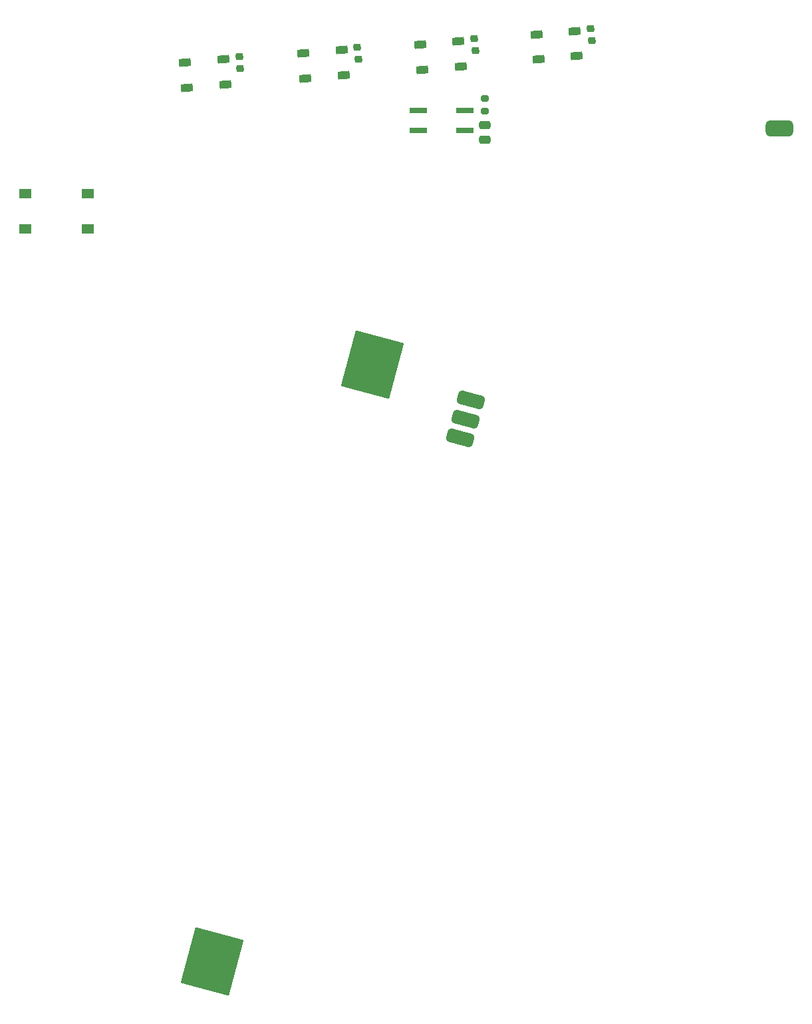
<source format=gbp>
G04 #@! TF.GenerationSoftware,KiCad,Pcbnew,(6.0.5-0)*
G04 #@! TF.CreationDate,2022-11-26T13:27:52+01:00*
G04 #@! TF.ProjectId,Phazor,5068617a-6f72-42e6-9b69-6361645f7063,rev?*
G04 #@! TF.SameCoordinates,Original*
G04 #@! TF.FileFunction,Paste,Bot*
G04 #@! TF.FilePolarity,Positive*
%FSLAX46Y46*%
G04 Gerber Fmt 4.6, Leading zero omitted, Abs format (unit mm)*
G04 Created by KiCad (PCBNEW (6.0.5-0)) date 2022-11-26 13:27:52*
%MOMM*%
%LPD*%
G01*
G04 APERTURE LIST*
G04 Aperture macros list*
%AMRoundRect*
0 Rectangle with rounded corners*
0 $1 Rounding radius*
0 $2 $3 $4 $5 $6 $7 $8 $9 X,Y pos of 4 corners*
0 Add a 4 corners polygon primitive as box body*
4,1,4,$2,$3,$4,$5,$6,$7,$8,$9,$2,$3,0*
0 Add four circle primitives for the rounded corners*
1,1,$1+$1,$2,$3*
1,1,$1+$1,$4,$5*
1,1,$1+$1,$6,$7*
1,1,$1+$1,$8,$9*
0 Add four rect primitives between the rounded corners*
20,1,$1+$1,$2,$3,$4,$5,0*
20,1,$1+$1,$4,$5,$6,$7,0*
20,1,$1+$1,$6,$7,$8,$9,0*
20,1,$1+$1,$8,$9,$2,$3,0*%
%AMRotRect*
0 Rectangle, with rotation*
0 The origin of the aperture is its center*
0 $1 length*
0 $2 width*
0 $3 Rotation angle, in degrees counterclockwise*
0 Add horizontal line*
21,1,$1,$2,0,0,$3*%
G04 Aperture macros list end*
%ADD10RoundRect,0.437500X-1.154544X0.762293X-1.381011X-0.082893X1.154544X-0.762293X1.381011X0.082893X0*%
%ADD11RoundRect,0.500000X1.250000X0.500000X-1.250000X0.500000X-1.250000X-0.500000X1.250000X-0.500000X0*%
%ADD12RoundRect,0.250000X0.475000X-0.250000X0.475000X0.250000X-0.475000X0.250000X-0.475000X-0.250000X0*%
%ADD13RoundRect,0.225000X-0.268659X0.202355X-0.229439X-0.245933X0.268659X-0.202355X0.229439X0.245933X0*%
%ADD14RotRect,1.500000X1.000000X185.000000*%
%ADD15RotRect,7.340000X6.350000X255.000000*%
%ADD16RoundRect,0.200000X0.275000X-0.200000X0.275000X0.200000X-0.275000X0.200000X-0.275000X-0.200000X0*%
%ADD17RoundRect,0.187500X0.937500X0.187500X-0.937500X0.187500X-0.937500X-0.187500X0.937500X-0.187500X0*%
%ADD18R,1.550000X1.300000*%
G04 APERTURE END LIST*
D10*
X186647048Y-78085185D03*
X186000000Y-80500000D03*
X185352952Y-82914815D03*
D11*
X225953520Y-43546480D03*
D12*
X188453520Y-44996480D03*
X188453520Y-43096480D03*
D13*
X157191093Y-34407565D03*
X157326185Y-35951667D03*
D14*
X185101531Y-32448465D03*
X185380429Y-35636288D03*
X180499075Y-36063351D03*
X180220177Y-32875528D03*
X170221227Y-33567905D03*
X170500125Y-36755728D03*
X165618771Y-37182791D03*
X165339873Y-33994968D03*
D13*
X187128477Y-32095462D03*
X187263569Y-33639564D03*
D15*
X174132873Y-73556617D03*
X153774167Y-149536343D03*
D14*
X199908608Y-31152248D03*
X200187506Y-34340071D03*
X195306152Y-34767134D03*
X195027254Y-31579311D03*
D16*
X188453521Y-41371480D03*
X188453521Y-39721480D03*
D17*
X179953520Y-43816480D03*
X179953520Y-41276480D03*
X185953520Y-41276480D03*
X185953520Y-43816480D03*
D18*
X137928520Y-51796480D03*
X129978520Y-51796480D03*
X129978520Y-56296480D03*
X137928520Y-56296480D03*
D14*
X155164147Y-34760569D03*
X155443045Y-37948392D03*
X150561691Y-38375455D03*
X150282793Y-35187632D03*
D13*
X172248173Y-33214902D03*
X172383265Y-34759004D03*
X201935556Y-30799244D03*
X202070648Y-32343346D03*
M02*

</source>
